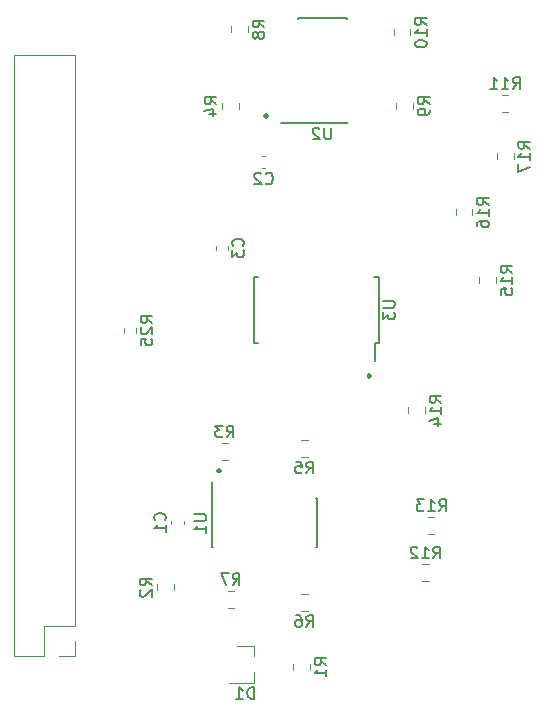
<source format=gbr>
G04 #@! TF.GenerationSoftware,KiCad,Pcbnew,6.0.0-rc1-unknown-46fddab~66~ubuntu16.04.1*
G04 #@! TF.CreationDate,2018-09-05T17:59:14+01:00*
G04 #@! TF.ProjectId,test,746573742E6B696361645F7063620000,rev?*
G04 #@! TF.SameCoordinates,Original*
G04 #@! TF.FileFunction,Legend,Bot*
G04 #@! TF.FilePolarity,Positive*
%FSLAX46Y46*%
G04 Gerber Fmt 4.6, Leading zero omitted, Abs format (unit mm)*
G04 Created by KiCad (PCBNEW 6.0.0-rc1-unknown-46fddab~66~ubuntu16.04.1) date Wed Sep  5 17:59:14 2018*
%MOMM*%
%LPD*%
G01*
G04 APERTURE LIST*
%ADD10C,0.300000*%
%ADD11C,0.120000*%
%ADD12C,0.150000*%
G04 APERTURE END LIST*
D10*
X156000000Y-88035714D02*
X156071428Y-88107142D01*
X156000000Y-88178571D01*
X155928571Y-88107142D01*
X156000000Y-88035714D01*
X156000000Y-88178571D01*
X160000000Y-58035714D02*
X160071428Y-58107142D01*
X160000000Y-58178571D01*
X159928571Y-58107142D01*
X160000000Y-58035714D01*
X160000000Y-58178571D01*
X168750000Y-80035714D02*
X168821428Y-80107142D01*
X168750000Y-80178571D01*
X168678571Y-80107142D01*
X168750000Y-80035714D01*
X168750000Y-80178571D01*
D11*
G04 #@! TO.C,C1*
X151990000Y-92337221D02*
X151990000Y-92662779D01*
X153010000Y-92337221D02*
X153010000Y-92662779D01*
G04 #@! TO.C,C2*
X159624721Y-61490000D02*
X159950279Y-61490000D01*
X159624721Y-62510000D02*
X159950279Y-62510000D01*
G04 #@! TO.C,C3*
X156760000Y-69412779D02*
X156760000Y-69087221D01*
X155740000Y-69412779D02*
X155740000Y-69087221D01*
G04 #@! TO.C,D1*
X159010000Y-102920000D02*
X159010000Y-103850000D01*
X159010000Y-106080000D02*
X159010000Y-105150000D01*
X159010000Y-106080000D02*
X156850000Y-106080000D01*
X159010000Y-102920000D02*
X157550000Y-102920000D01*
G04 #@! TO.C,R1*
X163710000Y-105008578D02*
X163710000Y-104491422D01*
X162290000Y-105008578D02*
X162290000Y-104491422D01*
G04 #@! TO.C,R2*
X152210000Y-97741422D02*
X152210000Y-98258578D01*
X150790000Y-97741422D02*
X150790000Y-98258578D01*
G04 #@! TO.C,R3*
X156758578Y-85790000D02*
X156241422Y-85790000D01*
X156758578Y-87210000D02*
X156241422Y-87210000D01*
G04 #@! TO.C,R4*
X156290000Y-56991422D02*
X156290000Y-57508578D01*
X157710000Y-56991422D02*
X157710000Y-57508578D01*
G04 #@! TO.C,R5*
X162991422Y-86960000D02*
X163508578Y-86960000D01*
X162991422Y-85540000D02*
X163508578Y-85540000D01*
G04 #@! TO.C,R6*
X162991422Y-98540000D02*
X163508578Y-98540000D01*
X162991422Y-99960000D02*
X163508578Y-99960000D01*
G04 #@! TO.C,R7*
X157258578Y-98290000D02*
X156741422Y-98290000D01*
X157258578Y-99710000D02*
X156741422Y-99710000D01*
G04 #@! TO.C,R8*
X157040000Y-51008578D02*
X157040000Y-50491422D01*
X158460000Y-51008578D02*
X158460000Y-50491422D01*
G04 #@! TO.C,R9*
X171040000Y-57508578D02*
X171040000Y-56991422D01*
X172460000Y-57508578D02*
X172460000Y-56991422D01*
G04 #@! TO.C,R10*
X172210000Y-51258578D02*
X172210000Y-50741422D01*
X170790000Y-51258578D02*
X170790000Y-50741422D01*
G04 #@! TO.C,R11*
X180508578Y-57710000D02*
X179991422Y-57710000D01*
X180508578Y-56290000D02*
X179991422Y-56290000D01*
G04 #@! TO.C,R12*
X173758578Y-96040000D02*
X173241422Y-96040000D01*
X173758578Y-97460000D02*
X173241422Y-97460000D01*
G04 #@! TO.C,R13*
X174258578Y-93460000D02*
X173741422Y-93460000D01*
X174258578Y-92040000D02*
X173741422Y-92040000D01*
G04 #@! TO.C,R14*
X172040000Y-83258578D02*
X172040000Y-82741422D01*
X173460000Y-83258578D02*
X173460000Y-82741422D01*
G04 #@! TO.C,R15*
X179460000Y-72258578D02*
X179460000Y-71741422D01*
X178040000Y-72258578D02*
X178040000Y-71741422D01*
G04 #@! TO.C,R16*
X176040000Y-66508578D02*
X176040000Y-65991422D01*
X177460000Y-66508578D02*
X177460000Y-65991422D01*
G04 #@! TO.C,R17*
X180960000Y-61758578D02*
X180960000Y-61241422D01*
X179540000Y-61758578D02*
X179540000Y-61241422D01*
G04 #@! TO.C,R25*
X149010000Y-76421267D02*
X149010000Y-76078733D01*
X147990000Y-76421267D02*
X147990000Y-76078733D01*
G04 #@! TO.C,RASPI_2_3_HEADER1*
X138630000Y-103830000D02*
X141230000Y-103830000D01*
X138630000Y-103830000D02*
X138630000Y-52910000D01*
X138630000Y-52910000D02*
X143830000Y-52910000D01*
X143830000Y-101230000D02*
X143830000Y-52910000D01*
X141230000Y-101230000D02*
X143830000Y-101230000D01*
X141230000Y-103830000D02*
X141230000Y-101230000D01*
X143830000Y-103830000D02*
X143830000Y-102500000D01*
X142500000Y-103830000D02*
X143830000Y-103830000D01*
D12*
G04 #@! TO.C,U1*
X155411755Y-90471917D02*
X155436755Y-90471917D01*
X155411755Y-94621917D02*
X155526755Y-94621917D01*
X164311755Y-94621917D02*
X164196755Y-94621917D01*
X164311755Y-90471917D02*
X164196755Y-90471917D01*
X155411755Y-90471917D02*
X155411755Y-94621917D01*
X164311755Y-90471917D02*
X164311755Y-94621917D01*
X155436755Y-90471917D02*
X155436755Y-89096917D01*
G04 #@! TO.C,U2*
X162675000Y-58675000D02*
X161300000Y-58675000D01*
X162675000Y-49800000D02*
X166825000Y-49800000D01*
X162675000Y-58700000D02*
X166825000Y-58700000D01*
X162675000Y-49800000D02*
X162675000Y-49915000D01*
X166825000Y-49800000D02*
X166825000Y-49915000D01*
X166825000Y-58700000D02*
X166825000Y-58585000D01*
X162675000Y-58700000D02*
X162675000Y-58675000D01*
G04 #@! TO.C,U3*
X169525000Y-77275000D02*
X169250000Y-77275000D01*
X169525000Y-71725000D02*
X169170000Y-71725000D01*
X158975000Y-71725000D02*
X159330000Y-71725000D01*
X158975000Y-77275000D02*
X159330000Y-77275000D01*
X169525000Y-77275000D02*
X169525000Y-71725000D01*
X158975000Y-77275000D02*
X158975000Y-71725000D01*
X169250000Y-77275000D02*
X169250000Y-78800000D01*
G04 #@! TO.C,C1*
X151427142Y-92333333D02*
X151474761Y-92285714D01*
X151522380Y-92142857D01*
X151522380Y-92047619D01*
X151474761Y-91904761D01*
X151379523Y-91809523D01*
X151284285Y-91761904D01*
X151093809Y-91714285D01*
X150950952Y-91714285D01*
X150760476Y-91761904D01*
X150665238Y-91809523D01*
X150570000Y-91904761D01*
X150522380Y-92047619D01*
X150522380Y-92142857D01*
X150570000Y-92285714D01*
X150617619Y-92333333D01*
X151522380Y-93285714D02*
X151522380Y-92714285D01*
X151522380Y-93000000D02*
X150522380Y-93000000D01*
X150665238Y-92904761D01*
X150760476Y-92809523D01*
X150808095Y-92714285D01*
G04 #@! TO.C,C2*
X159954166Y-63787142D02*
X160001785Y-63834761D01*
X160144642Y-63882380D01*
X160239880Y-63882380D01*
X160382738Y-63834761D01*
X160477976Y-63739523D01*
X160525595Y-63644285D01*
X160573214Y-63453809D01*
X160573214Y-63310952D01*
X160525595Y-63120476D01*
X160477976Y-63025238D01*
X160382738Y-62930000D01*
X160239880Y-62882380D01*
X160144642Y-62882380D01*
X160001785Y-62930000D01*
X159954166Y-62977619D01*
X159573214Y-62977619D02*
X159525595Y-62930000D01*
X159430357Y-62882380D01*
X159192261Y-62882380D01*
X159097023Y-62930000D01*
X159049404Y-62977619D01*
X159001785Y-63072857D01*
X159001785Y-63168095D01*
X159049404Y-63310952D01*
X159620833Y-63882380D01*
X159001785Y-63882380D01*
G04 #@! TO.C,C3*
X158037142Y-69083333D02*
X158084761Y-69035714D01*
X158132380Y-68892857D01*
X158132380Y-68797619D01*
X158084761Y-68654761D01*
X157989523Y-68559523D01*
X157894285Y-68511904D01*
X157703809Y-68464285D01*
X157560952Y-68464285D01*
X157370476Y-68511904D01*
X157275238Y-68559523D01*
X157180000Y-68654761D01*
X157132380Y-68797619D01*
X157132380Y-68892857D01*
X157180000Y-69035714D01*
X157227619Y-69083333D01*
X157132380Y-69416666D02*
X157132380Y-70035714D01*
X157513333Y-69702380D01*
X157513333Y-69845238D01*
X157560952Y-69940476D01*
X157608571Y-69988095D01*
X157703809Y-70035714D01*
X157941904Y-70035714D01*
X158037142Y-69988095D01*
X158084761Y-69940476D01*
X158132380Y-69845238D01*
X158132380Y-69559523D01*
X158084761Y-69464285D01*
X158037142Y-69416666D01*
G04 #@! TO.C,D1*
X158988095Y-107452380D02*
X158988095Y-106452380D01*
X158750000Y-106452380D01*
X158607142Y-106500000D01*
X158511904Y-106595238D01*
X158464285Y-106690476D01*
X158416666Y-106880952D01*
X158416666Y-107023809D01*
X158464285Y-107214285D01*
X158511904Y-107309523D01*
X158607142Y-107404761D01*
X158750000Y-107452380D01*
X158988095Y-107452380D01*
X157464285Y-107452380D02*
X158035714Y-107452380D01*
X157750000Y-107452380D02*
X157750000Y-106452380D01*
X157845238Y-106595238D01*
X157940476Y-106690476D01*
X158035714Y-106738095D01*
G04 #@! TO.C,R1*
X165102380Y-104583333D02*
X164626190Y-104250000D01*
X165102380Y-104011904D02*
X164102380Y-104011904D01*
X164102380Y-104392857D01*
X164150000Y-104488095D01*
X164197619Y-104535714D01*
X164292857Y-104583333D01*
X164435714Y-104583333D01*
X164530952Y-104535714D01*
X164578571Y-104488095D01*
X164626190Y-104392857D01*
X164626190Y-104011904D01*
X165102380Y-105535714D02*
X165102380Y-104964285D01*
X165102380Y-105250000D02*
X164102380Y-105250000D01*
X164245238Y-105154761D01*
X164340476Y-105059523D01*
X164388095Y-104964285D01*
G04 #@! TO.C,R2*
X150302380Y-97833333D02*
X149826190Y-97500000D01*
X150302380Y-97261904D02*
X149302380Y-97261904D01*
X149302380Y-97642857D01*
X149350000Y-97738095D01*
X149397619Y-97785714D01*
X149492857Y-97833333D01*
X149635714Y-97833333D01*
X149730952Y-97785714D01*
X149778571Y-97738095D01*
X149826190Y-97642857D01*
X149826190Y-97261904D01*
X149397619Y-98214285D02*
X149350000Y-98261904D01*
X149302380Y-98357142D01*
X149302380Y-98595238D01*
X149350000Y-98690476D01*
X149397619Y-98738095D01*
X149492857Y-98785714D01*
X149588095Y-98785714D01*
X149730952Y-98738095D01*
X150302380Y-98166666D01*
X150302380Y-98785714D01*
G04 #@! TO.C,R3*
X156666666Y-85302380D02*
X157000000Y-84826190D01*
X157238095Y-85302380D02*
X157238095Y-84302380D01*
X156857142Y-84302380D01*
X156761904Y-84350000D01*
X156714285Y-84397619D01*
X156666666Y-84492857D01*
X156666666Y-84635714D01*
X156714285Y-84730952D01*
X156761904Y-84778571D01*
X156857142Y-84826190D01*
X157238095Y-84826190D01*
X156333333Y-84302380D02*
X155714285Y-84302380D01*
X156047619Y-84683333D01*
X155904761Y-84683333D01*
X155809523Y-84730952D01*
X155761904Y-84778571D01*
X155714285Y-84873809D01*
X155714285Y-85111904D01*
X155761904Y-85207142D01*
X155809523Y-85254761D01*
X155904761Y-85302380D01*
X156190476Y-85302380D01*
X156285714Y-85254761D01*
X156333333Y-85207142D01*
G04 #@! TO.C,R4*
X155802380Y-57083333D02*
X155326190Y-56750000D01*
X155802380Y-56511904D02*
X154802380Y-56511904D01*
X154802380Y-56892857D01*
X154850000Y-56988095D01*
X154897619Y-57035714D01*
X154992857Y-57083333D01*
X155135714Y-57083333D01*
X155230952Y-57035714D01*
X155278571Y-56988095D01*
X155326190Y-56892857D01*
X155326190Y-56511904D01*
X155135714Y-57940476D02*
X155802380Y-57940476D01*
X154754761Y-57702380D02*
X155469047Y-57464285D01*
X155469047Y-58083333D01*
G04 #@! TO.C,R5*
X163416666Y-88352380D02*
X163750000Y-87876190D01*
X163988095Y-88352380D02*
X163988095Y-87352380D01*
X163607142Y-87352380D01*
X163511904Y-87400000D01*
X163464285Y-87447619D01*
X163416666Y-87542857D01*
X163416666Y-87685714D01*
X163464285Y-87780952D01*
X163511904Y-87828571D01*
X163607142Y-87876190D01*
X163988095Y-87876190D01*
X162511904Y-87352380D02*
X162988095Y-87352380D01*
X163035714Y-87828571D01*
X162988095Y-87780952D01*
X162892857Y-87733333D01*
X162654761Y-87733333D01*
X162559523Y-87780952D01*
X162511904Y-87828571D01*
X162464285Y-87923809D01*
X162464285Y-88161904D01*
X162511904Y-88257142D01*
X162559523Y-88304761D01*
X162654761Y-88352380D01*
X162892857Y-88352380D01*
X162988095Y-88304761D01*
X163035714Y-88257142D01*
G04 #@! TO.C,R6*
X163416666Y-101352380D02*
X163750000Y-100876190D01*
X163988095Y-101352380D02*
X163988095Y-100352380D01*
X163607142Y-100352380D01*
X163511904Y-100400000D01*
X163464285Y-100447619D01*
X163416666Y-100542857D01*
X163416666Y-100685714D01*
X163464285Y-100780952D01*
X163511904Y-100828571D01*
X163607142Y-100876190D01*
X163988095Y-100876190D01*
X162559523Y-100352380D02*
X162750000Y-100352380D01*
X162845238Y-100400000D01*
X162892857Y-100447619D01*
X162988095Y-100590476D01*
X163035714Y-100780952D01*
X163035714Y-101161904D01*
X162988095Y-101257142D01*
X162940476Y-101304761D01*
X162845238Y-101352380D01*
X162654761Y-101352380D01*
X162559523Y-101304761D01*
X162511904Y-101257142D01*
X162464285Y-101161904D01*
X162464285Y-100923809D01*
X162511904Y-100828571D01*
X162559523Y-100780952D01*
X162654761Y-100733333D01*
X162845238Y-100733333D01*
X162940476Y-100780952D01*
X162988095Y-100828571D01*
X163035714Y-100923809D01*
G04 #@! TO.C,R7*
X157166666Y-97802380D02*
X157500000Y-97326190D01*
X157738095Y-97802380D02*
X157738095Y-96802380D01*
X157357142Y-96802380D01*
X157261904Y-96850000D01*
X157214285Y-96897619D01*
X157166666Y-96992857D01*
X157166666Y-97135714D01*
X157214285Y-97230952D01*
X157261904Y-97278571D01*
X157357142Y-97326190D01*
X157738095Y-97326190D01*
X156833333Y-96802380D02*
X156166666Y-96802380D01*
X156595238Y-97802380D01*
G04 #@! TO.C,R8*
X159852380Y-50583333D02*
X159376190Y-50250000D01*
X159852380Y-50011904D02*
X158852380Y-50011904D01*
X158852380Y-50392857D01*
X158900000Y-50488095D01*
X158947619Y-50535714D01*
X159042857Y-50583333D01*
X159185714Y-50583333D01*
X159280952Y-50535714D01*
X159328571Y-50488095D01*
X159376190Y-50392857D01*
X159376190Y-50011904D01*
X159280952Y-51154761D02*
X159233333Y-51059523D01*
X159185714Y-51011904D01*
X159090476Y-50964285D01*
X159042857Y-50964285D01*
X158947619Y-51011904D01*
X158900000Y-51059523D01*
X158852380Y-51154761D01*
X158852380Y-51345238D01*
X158900000Y-51440476D01*
X158947619Y-51488095D01*
X159042857Y-51535714D01*
X159090476Y-51535714D01*
X159185714Y-51488095D01*
X159233333Y-51440476D01*
X159280952Y-51345238D01*
X159280952Y-51154761D01*
X159328571Y-51059523D01*
X159376190Y-51011904D01*
X159471428Y-50964285D01*
X159661904Y-50964285D01*
X159757142Y-51011904D01*
X159804761Y-51059523D01*
X159852380Y-51154761D01*
X159852380Y-51345238D01*
X159804761Y-51440476D01*
X159757142Y-51488095D01*
X159661904Y-51535714D01*
X159471428Y-51535714D01*
X159376190Y-51488095D01*
X159328571Y-51440476D01*
X159280952Y-51345238D01*
G04 #@! TO.C,R9*
X173852380Y-57083333D02*
X173376190Y-56750000D01*
X173852380Y-56511904D02*
X172852380Y-56511904D01*
X172852380Y-56892857D01*
X172900000Y-56988095D01*
X172947619Y-57035714D01*
X173042857Y-57083333D01*
X173185714Y-57083333D01*
X173280952Y-57035714D01*
X173328571Y-56988095D01*
X173376190Y-56892857D01*
X173376190Y-56511904D01*
X173852380Y-57559523D02*
X173852380Y-57750000D01*
X173804761Y-57845238D01*
X173757142Y-57892857D01*
X173614285Y-57988095D01*
X173423809Y-58035714D01*
X173042857Y-58035714D01*
X172947619Y-57988095D01*
X172900000Y-57940476D01*
X172852380Y-57845238D01*
X172852380Y-57654761D01*
X172900000Y-57559523D01*
X172947619Y-57511904D01*
X173042857Y-57464285D01*
X173280952Y-57464285D01*
X173376190Y-57511904D01*
X173423809Y-57559523D01*
X173471428Y-57654761D01*
X173471428Y-57845238D01*
X173423809Y-57940476D01*
X173376190Y-57988095D01*
X173280952Y-58035714D01*
G04 #@! TO.C,R10*
X173602380Y-50357142D02*
X173126190Y-50023809D01*
X173602380Y-49785714D02*
X172602380Y-49785714D01*
X172602380Y-50166666D01*
X172650000Y-50261904D01*
X172697619Y-50309523D01*
X172792857Y-50357142D01*
X172935714Y-50357142D01*
X173030952Y-50309523D01*
X173078571Y-50261904D01*
X173126190Y-50166666D01*
X173126190Y-49785714D01*
X173602380Y-51309523D02*
X173602380Y-50738095D01*
X173602380Y-51023809D02*
X172602380Y-51023809D01*
X172745238Y-50928571D01*
X172840476Y-50833333D01*
X172888095Y-50738095D01*
X172602380Y-51928571D02*
X172602380Y-52023809D01*
X172650000Y-52119047D01*
X172697619Y-52166666D01*
X172792857Y-52214285D01*
X172983333Y-52261904D01*
X173221428Y-52261904D01*
X173411904Y-52214285D01*
X173507142Y-52166666D01*
X173554761Y-52119047D01*
X173602380Y-52023809D01*
X173602380Y-51928571D01*
X173554761Y-51833333D01*
X173507142Y-51785714D01*
X173411904Y-51738095D01*
X173221428Y-51690476D01*
X172983333Y-51690476D01*
X172792857Y-51738095D01*
X172697619Y-51785714D01*
X172650000Y-51833333D01*
X172602380Y-51928571D01*
G04 #@! TO.C,R11*
X180892857Y-55802380D02*
X181226190Y-55326190D01*
X181464285Y-55802380D02*
X181464285Y-54802380D01*
X181083333Y-54802380D01*
X180988095Y-54850000D01*
X180940476Y-54897619D01*
X180892857Y-54992857D01*
X180892857Y-55135714D01*
X180940476Y-55230952D01*
X180988095Y-55278571D01*
X181083333Y-55326190D01*
X181464285Y-55326190D01*
X179940476Y-55802380D02*
X180511904Y-55802380D01*
X180226190Y-55802380D02*
X180226190Y-54802380D01*
X180321428Y-54945238D01*
X180416666Y-55040476D01*
X180511904Y-55088095D01*
X178988095Y-55802380D02*
X179559523Y-55802380D01*
X179273809Y-55802380D02*
X179273809Y-54802380D01*
X179369047Y-54945238D01*
X179464285Y-55040476D01*
X179559523Y-55088095D01*
G04 #@! TO.C,R12*
X174142857Y-95552380D02*
X174476190Y-95076190D01*
X174714285Y-95552380D02*
X174714285Y-94552380D01*
X174333333Y-94552380D01*
X174238095Y-94600000D01*
X174190476Y-94647619D01*
X174142857Y-94742857D01*
X174142857Y-94885714D01*
X174190476Y-94980952D01*
X174238095Y-95028571D01*
X174333333Y-95076190D01*
X174714285Y-95076190D01*
X173190476Y-95552380D02*
X173761904Y-95552380D01*
X173476190Y-95552380D02*
X173476190Y-94552380D01*
X173571428Y-94695238D01*
X173666666Y-94790476D01*
X173761904Y-94838095D01*
X172809523Y-94647619D02*
X172761904Y-94600000D01*
X172666666Y-94552380D01*
X172428571Y-94552380D01*
X172333333Y-94600000D01*
X172285714Y-94647619D01*
X172238095Y-94742857D01*
X172238095Y-94838095D01*
X172285714Y-94980952D01*
X172857142Y-95552380D01*
X172238095Y-95552380D01*
G04 #@! TO.C,R13*
X174642857Y-91552380D02*
X174976190Y-91076190D01*
X175214285Y-91552380D02*
X175214285Y-90552380D01*
X174833333Y-90552380D01*
X174738095Y-90600000D01*
X174690476Y-90647619D01*
X174642857Y-90742857D01*
X174642857Y-90885714D01*
X174690476Y-90980952D01*
X174738095Y-91028571D01*
X174833333Y-91076190D01*
X175214285Y-91076190D01*
X173690476Y-91552380D02*
X174261904Y-91552380D01*
X173976190Y-91552380D02*
X173976190Y-90552380D01*
X174071428Y-90695238D01*
X174166666Y-90790476D01*
X174261904Y-90838095D01*
X173357142Y-90552380D02*
X172738095Y-90552380D01*
X173071428Y-90933333D01*
X172928571Y-90933333D01*
X172833333Y-90980952D01*
X172785714Y-91028571D01*
X172738095Y-91123809D01*
X172738095Y-91361904D01*
X172785714Y-91457142D01*
X172833333Y-91504761D01*
X172928571Y-91552380D01*
X173214285Y-91552380D01*
X173309523Y-91504761D01*
X173357142Y-91457142D01*
G04 #@! TO.C,R14*
X174852380Y-82357142D02*
X174376190Y-82023809D01*
X174852380Y-81785714D02*
X173852380Y-81785714D01*
X173852380Y-82166666D01*
X173900000Y-82261904D01*
X173947619Y-82309523D01*
X174042857Y-82357142D01*
X174185714Y-82357142D01*
X174280952Y-82309523D01*
X174328571Y-82261904D01*
X174376190Y-82166666D01*
X174376190Y-81785714D01*
X174852380Y-83309523D02*
X174852380Y-82738095D01*
X174852380Y-83023809D02*
X173852380Y-83023809D01*
X173995238Y-82928571D01*
X174090476Y-82833333D01*
X174138095Y-82738095D01*
X174185714Y-84166666D02*
X174852380Y-84166666D01*
X173804761Y-83928571D02*
X174519047Y-83690476D01*
X174519047Y-84309523D01*
G04 #@! TO.C,R15*
X180852380Y-71357142D02*
X180376190Y-71023809D01*
X180852380Y-70785714D02*
X179852380Y-70785714D01*
X179852380Y-71166666D01*
X179900000Y-71261904D01*
X179947619Y-71309523D01*
X180042857Y-71357142D01*
X180185714Y-71357142D01*
X180280952Y-71309523D01*
X180328571Y-71261904D01*
X180376190Y-71166666D01*
X180376190Y-70785714D01*
X180852380Y-72309523D02*
X180852380Y-71738095D01*
X180852380Y-72023809D02*
X179852380Y-72023809D01*
X179995238Y-71928571D01*
X180090476Y-71833333D01*
X180138095Y-71738095D01*
X179852380Y-73214285D02*
X179852380Y-72738095D01*
X180328571Y-72690476D01*
X180280952Y-72738095D01*
X180233333Y-72833333D01*
X180233333Y-73071428D01*
X180280952Y-73166666D01*
X180328571Y-73214285D01*
X180423809Y-73261904D01*
X180661904Y-73261904D01*
X180757142Y-73214285D01*
X180804761Y-73166666D01*
X180852380Y-73071428D01*
X180852380Y-72833333D01*
X180804761Y-72738095D01*
X180757142Y-72690476D01*
G04 #@! TO.C,R16*
X178852380Y-65607142D02*
X178376190Y-65273809D01*
X178852380Y-65035714D02*
X177852380Y-65035714D01*
X177852380Y-65416666D01*
X177900000Y-65511904D01*
X177947619Y-65559523D01*
X178042857Y-65607142D01*
X178185714Y-65607142D01*
X178280952Y-65559523D01*
X178328571Y-65511904D01*
X178376190Y-65416666D01*
X178376190Y-65035714D01*
X178852380Y-66559523D02*
X178852380Y-65988095D01*
X178852380Y-66273809D02*
X177852380Y-66273809D01*
X177995238Y-66178571D01*
X178090476Y-66083333D01*
X178138095Y-65988095D01*
X177852380Y-67416666D02*
X177852380Y-67226190D01*
X177900000Y-67130952D01*
X177947619Y-67083333D01*
X178090476Y-66988095D01*
X178280952Y-66940476D01*
X178661904Y-66940476D01*
X178757142Y-66988095D01*
X178804761Y-67035714D01*
X178852380Y-67130952D01*
X178852380Y-67321428D01*
X178804761Y-67416666D01*
X178757142Y-67464285D01*
X178661904Y-67511904D01*
X178423809Y-67511904D01*
X178328571Y-67464285D01*
X178280952Y-67416666D01*
X178233333Y-67321428D01*
X178233333Y-67130952D01*
X178280952Y-67035714D01*
X178328571Y-66988095D01*
X178423809Y-66940476D01*
G04 #@! TO.C,R17*
X182352380Y-60857142D02*
X181876190Y-60523809D01*
X182352380Y-60285714D02*
X181352380Y-60285714D01*
X181352380Y-60666666D01*
X181400000Y-60761904D01*
X181447619Y-60809523D01*
X181542857Y-60857142D01*
X181685714Y-60857142D01*
X181780952Y-60809523D01*
X181828571Y-60761904D01*
X181876190Y-60666666D01*
X181876190Y-60285714D01*
X182352380Y-61809523D02*
X182352380Y-61238095D01*
X182352380Y-61523809D02*
X181352380Y-61523809D01*
X181495238Y-61428571D01*
X181590476Y-61333333D01*
X181638095Y-61238095D01*
X181352380Y-62142857D02*
X181352380Y-62809523D01*
X182352380Y-62380952D01*
G04 #@! TO.C,R25*
X150382380Y-75607142D02*
X149906190Y-75273809D01*
X150382380Y-75035714D02*
X149382380Y-75035714D01*
X149382380Y-75416666D01*
X149430000Y-75511904D01*
X149477619Y-75559523D01*
X149572857Y-75607142D01*
X149715714Y-75607142D01*
X149810952Y-75559523D01*
X149858571Y-75511904D01*
X149906190Y-75416666D01*
X149906190Y-75035714D01*
X149477619Y-75988095D02*
X149430000Y-76035714D01*
X149382380Y-76130952D01*
X149382380Y-76369047D01*
X149430000Y-76464285D01*
X149477619Y-76511904D01*
X149572857Y-76559523D01*
X149668095Y-76559523D01*
X149810952Y-76511904D01*
X150382380Y-75940476D01*
X150382380Y-76559523D01*
X149382380Y-77464285D02*
X149382380Y-76988095D01*
X149858571Y-76940476D01*
X149810952Y-76988095D01*
X149763333Y-77083333D01*
X149763333Y-77321428D01*
X149810952Y-77416666D01*
X149858571Y-77464285D01*
X149953809Y-77511904D01*
X150191904Y-77511904D01*
X150287142Y-77464285D01*
X150334761Y-77416666D01*
X150382380Y-77321428D01*
X150382380Y-77083333D01*
X150334761Y-76988095D01*
X150287142Y-76940476D01*
G04 #@! TO.C,U1*
X153939135Y-91785012D02*
X154748659Y-91785012D01*
X154843897Y-91832631D01*
X154891516Y-91880250D01*
X154939135Y-91975488D01*
X154939135Y-92165964D01*
X154891516Y-92261202D01*
X154843897Y-92308821D01*
X154748659Y-92356440D01*
X153939135Y-92356440D01*
X154939135Y-93356440D02*
X154939135Y-92785012D01*
X154939135Y-93070726D02*
X153939135Y-93070726D01*
X154081993Y-92975488D01*
X154177231Y-92880250D01*
X154224850Y-92785012D01*
G04 #@! TO.C,U2*
X165511904Y-59077380D02*
X165511904Y-59886904D01*
X165464285Y-59982142D01*
X165416666Y-60029761D01*
X165321428Y-60077380D01*
X165130952Y-60077380D01*
X165035714Y-60029761D01*
X164988095Y-59982142D01*
X164940476Y-59886904D01*
X164940476Y-59077380D01*
X164511904Y-59172619D02*
X164464285Y-59125000D01*
X164369047Y-59077380D01*
X164130952Y-59077380D01*
X164035714Y-59125000D01*
X163988095Y-59172619D01*
X163940476Y-59267857D01*
X163940476Y-59363095D01*
X163988095Y-59505952D01*
X164559523Y-60077380D01*
X163940476Y-60077380D01*
G04 #@! TO.C,U3*
X169902380Y-73738095D02*
X170711904Y-73738095D01*
X170807142Y-73785714D01*
X170854761Y-73833333D01*
X170902380Y-73928571D01*
X170902380Y-74119047D01*
X170854761Y-74214285D01*
X170807142Y-74261904D01*
X170711904Y-74309523D01*
X169902380Y-74309523D01*
X169902380Y-74690476D02*
X169902380Y-75309523D01*
X170283333Y-74976190D01*
X170283333Y-75119047D01*
X170330952Y-75214285D01*
X170378571Y-75261904D01*
X170473809Y-75309523D01*
X170711904Y-75309523D01*
X170807142Y-75261904D01*
X170854761Y-75214285D01*
X170902380Y-75119047D01*
X170902380Y-74833333D01*
X170854761Y-74738095D01*
X170807142Y-74690476D01*
G04 #@! TD*
M02*

</source>
